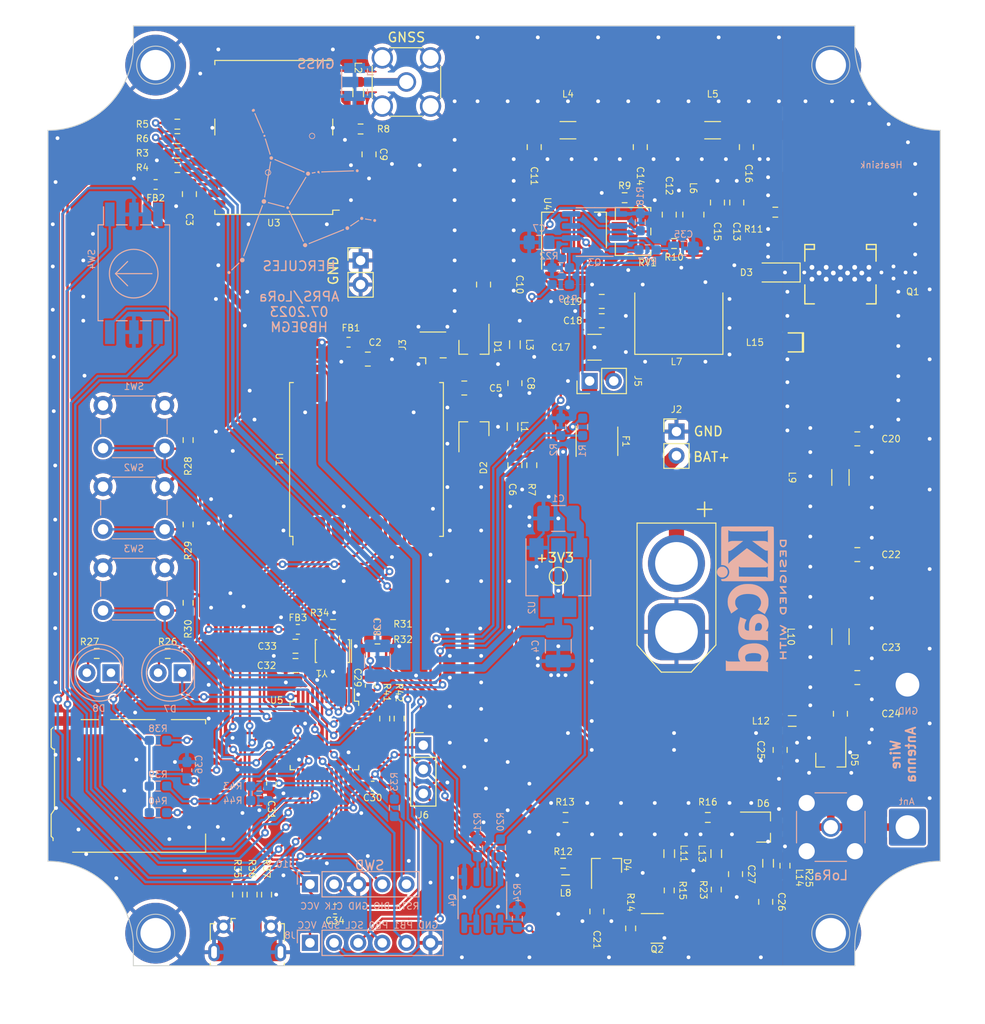
<source format=kicad_pcb>
(kicad_pcb (version 20221018) (generator pcbnew)

  (general
    (thickness 1.6)
  )

  (paper "A4")
  (title_block
    (title "Hercules")
    (date "2023-07-26")
    (rev "0")
    (company "HB9EGM")
    (comment 1 "LoRa GNSS Tracker with PA")
  )

  (layers
    (0 "F.Cu" signal)
    (31 "B.Cu" signal)
    (32 "B.Adhes" user "B.Adhesive")
    (33 "F.Adhes" user "F.Adhesive")
    (34 "B.Paste" user)
    (35 "F.Paste" user)
    (36 "B.SilkS" user "B.Silkscreen")
    (37 "F.SilkS" user "F.Silkscreen")
    (38 "B.Mask" user)
    (39 "F.Mask" user)
    (40 "Dwgs.User" user "User.Drawings")
    (41 "Cmts.User" user "User.Comments")
    (42 "Eco1.User" user "User.Eco1")
    (43 "Eco2.User" user "User.Eco2")
    (44 "Edge.Cuts" user)
    (45 "Margin" user)
    (46 "B.CrtYd" user "B.Courtyard")
    (47 "F.CrtYd" user "F.Courtyard")
    (48 "B.Fab" user)
    (49 "F.Fab" user)
    (50 "User.1" user)
    (51 "User.2" user)
    (52 "User.3" user)
    (53 "User.4" user)
    (54 "User.5" user)
    (55 "User.6" user)
    (56 "User.7" user)
    (57 "User.8" user)
    (58 "User.9" user)
  )

  (setup
    (stackup
      (layer "F.SilkS" (type "Top Silk Screen"))
      (layer "F.Paste" (type "Top Solder Paste"))
      (layer "F.Mask" (type "Top Solder Mask") (thickness 0.01))
      (layer "F.Cu" (type "copper") (thickness 0.035))
      (layer "dielectric 1" (type "core") (thickness 1.51) (material "FR4") (epsilon_r 4.5) (loss_tangent 0.02))
      (layer "B.Cu" (type "copper") (thickness 0.035))
      (layer "B.Mask" (type "Bottom Solder Mask") (thickness 0.01))
      (layer "B.Paste" (type "Bottom Solder Paste"))
      (layer "B.SilkS" (type "Bottom Silk Screen"))
      (copper_finish "None")
      (dielectric_constraints no)
    )
    (pad_to_mask_clearance 0)
    (pcbplotparams
      (layerselection 0x00010f0_ffffffff)
      (plot_on_all_layers_selection 0x0000000_00000000)
      (disableapertmacros false)
      (usegerberextensions false)
      (usegerberattributes true)
      (usegerberadvancedattributes true)
      (creategerberjobfile true)
      (dashed_line_dash_ratio 12.000000)
      (dashed_line_gap_ratio 3.000000)
      (svgprecision 4)
      (plotframeref false)
      (viasonmask false)
      (mode 1)
      (useauxorigin false)
      (hpglpennumber 1)
      (hpglpenspeed 20)
      (hpglpendiameter 15.000000)
      (dxfpolygonmode true)
      (dxfimperialunits true)
      (dxfusepcbnewfont true)
      (psnegative false)
      (psa4output false)
      (plotreference true)
      (plotvalue true)
      (plotinvisibletext false)
      (sketchpadsonfab false)
      (subtractmaskfromsilk false)
      (outputformat 5)
      (mirror false)
      (drillshape 0)
      (scaleselection 1)
      (outputdirectory "out")
    )
  )

  (net 0 "")
  (net 1 "+BATT")
  (net 2 "GND")
  (net 3 "Net-(U1-3.3V)")
  (net 4 "Net-(U3-VCC)")
  (net 5 "+3V3")
  (net 6 "Net-(D1-K)")
  (net 7 "Net-(J3-In)")
  (net 8 "Net-(C6-Pad1)")
  (net 9 "/GATE_SUPPLY")
  (net 10 "/PIN_TX")
  (net 11 "Net-(C9-Pad2)")
  (net 12 "Net-(C10-Pad1)")
  (net 13 "Net-(D1-A)")
  (net 14 "Net-(C12-Pad1)")
  (net 15 "Net-(C13-Pad2)")
  (net 16 "Net-(C14-Pad1)")
  (net 17 "Net-(Q1-G)")
  (net 18 "Net-(J5-Pin_2)")
  (net 19 "Net-(Q1-D)")
  (net 20 "Net-(D4-A)")
  (net 21 "Net-(C22-Pad1)")
  (net 22 "Net-(C23-Pad1)")
  (net 23 "Net-(D5-A)")
  (net 24 "Net-(C26-Pad1)")
  (net 25 "/PIN_RX")
  (net 26 "Net-(U5-VDDA)")
  (net 27 "unconnected-(D1-NC-Pad2)")
  (net 28 "Net-(D2-A)")
  (net 29 "unconnected-(D2-NC-Pad2)")
  (net 30 "Net-(D3-A)")
  (net 31 "unconnected-(D4-NC-Pad2)")
  (net 32 "Net-(D4-K)")
  (net 33 "unconnected-(D5-NC-Pad2)")
  (net 34 "Net-(D5-K)")
  (net 35 "Net-(D6-A)")
  (net 36 "unconnected-(D6-NC-Pad2)")
  (net 37 "/Control/LED_TXn")
  (net 38 "Net-(D7-A)")
  (net 39 "/Control/STATUSn")
  (net 40 "Net-(D8-A)")
  (net 41 "/BAT+")
  (net 42 "/EN_RX")
  (net 43 "unconnected-(J9-VBUS-Pad1)")
  (net 44 "/Control/USB_DM")
  (net 45 "/Control/USB_DP")
  (net 46 "unconnected-(J9-ID-Pad4)")
  (net 47 "/Control/SWCLK")
  (net 48 "/Control/SWDIO")
  (net 49 "/Control/RESETn")
  (net 50 "Net-(J11-DAT2)")
  (net 51 "/Control/SD_SSn")
  (net 52 "/Control/SPI1_MOSI")
  (net 53 "/Control/SPI1_SCK")
  (net 54 "/Control/SPI1_MISO")
  (net 55 "Net-(J11-DAT1)")
  (net 56 "unconnected-(J11-DET_B-Pad9)")
  (net 57 "/Control/SD_DET")
  (net 58 "Net-(J13-In)")
  (net 59 "Net-(L8-Pad2)")
  (net 60 "Net-(L11-Pad2)")
  (net 61 "Net-(Q2-B)")
  (net 62 "Net-(Q2-C)")
  (net 63 "/EN_PA")
  (net 64 "Net-(Q3B-G)")
  (net 65 "Net-(Q4B-G)")
  (net 66 "Net-(Q4B-D-Pad5)")
  (net 67 "/Control/BAT_MEAS")
  (net 68 "Net-(U3-TXD{slash}SPI_MISO)")
  (net 69 "/Control/USART1_RX")
  (net 70 "Net-(U3-RXD{slash}SPI_MOSI)")
  (net 71 "/Control/USART1_TX")
  (net 72 "Net-(U3-SDA{slash}~{SPI_CS})")
  (net 73 "/Control/SDA")
  (net 74 "Net-(U3-SCL{slash}SPI_CLK)")
  (net 75 "/Control/SCL")
  (net 76 "Net-(U3-VCC_RF)")
  (net 77 "Net-(R9-Pad1)")
  (net 78 "Net-(U4-VO)")
  (net 79 "Net-(R10-Pad2)")
  (net 80 "/Control/BTN1n")
  (net 81 "/Control/BTN2n")
  (net 82 "/Control/BTN3n")
  (net 83 "/Control/XTAL1")
  (net 84 "/Control/XTAL2")
  (net 85 "Net-(U5-PA11)")
  (net 86 "Net-(U5-PA12)")
  (net 87 "/Control/BOOT0")
  (net 88 "/Control/BOOT1")
  (net 89 "unconnected-(U3-~{SAFEBOOT}-Pad1)")
  (net 90 "unconnected-(U3-D_SEL-Pad2)")
  (net 91 "unconnected-(U3-TIMEPULSE-Pad3)")
  (net 92 "unconnected-(U3-EXTINT-Pad4)")
  (net 93 "unconnected-(U3-USB_DM-Pad5)")
  (net 94 "unconnected-(U3-USB_DP-Pad6)")
  (net 95 "unconnected-(U3-~{RESET}-Pad8)")
  (net 96 "unconnected-(U3-LNA_EN-Pad14)")
  (net 97 "unconnected-(U3-RESERVED-Pad15)")
  (net 98 "unconnected-(U3-RESERVED-Pad16)")
  (net 99 "unconnected-(U3-RESERVED-Pad17)")
  (net 100 "unconnected-(U5-VBAT-Pad1)")
  (net 101 "unconnected-(U5-PA1-Pad11)")
  (net 102 "/Control/SPI1_SSn")
  (net 103 "/Control/PB0")
  (net 104 "/Control/PB1")
  (net 105 "/Control/DIO0")
  (net 106 "/Control/LORA_RESET")
  (net 107 "Net-(SW4-D0)")
  (net 108 "Net-(SW4-D1)")
  (net 109 "Net-(SW4-D2)")
  (net 110 "Net-(SW4-D3)")
  (net 111 "unconnected-(U5-PA8-Pad29)")
  (net 112 "unconnected-(U5-PA15-Pad38)")
  (net 113 "unconnected-(U5-PB5-Pad41)")
  (net 114 "unconnected-(U1-DIO5-Pad7)")
  (net 115 "unconnected-(U1-DIO3-Pad11)")
  (net 116 "unconnected-(U1-DIO4-Pad12)")
  (net 117 "unconnected-(U1-DIO1-Pad15)")
  (net 118 "unconnected-(U1-DIO2-Pad16)")
  (net 119 "Net-(L15-Pad2)")

  (footprint "Package_TO_SOT_SMD:SOT-23" (layer "F.Cu") (at 154.178 163.068))

  (footprint "Resistor_SMD:R_0603_1608Metric_Pad0.98x0.95mm_HandSolder" (layer "F.Cu") (at 95.1415 134.112 180))

  (footprint "Capacitor_SMD:C_0805_2012Metric_Pad1.18x1.45mm_HandSolder" (layer "F.Cu") (at 173.482 140.462 90))

  (footprint "Capacitor_SMD:C_0805_2012Metric_Pad1.18x1.45mm_HandSolder" (layer "F.Cu") (at 123.698 103.1025 180))

  (footprint "Capacitor_SMD:C_0805_2012Metric_Pad1.18x1.45mm_HandSolder" (layer "F.Cu") (at 116.078 135.382))

  (footprint "Package_TO_SOT_SMD:SOT-223-3_TabPin2" (layer "F.Cu") (at 145.415 89.535 90))

  (footprint "Resistor_SMD:R_0603_1608Metric_Pad0.98x0.95mm_HandSolder" (layer "F.Cu") (at 144.272 156.21 180))

  (footprint "mpb:Fuse_MF_SMDF150" (layer "F.Cu") (at 147.828 111.76 90))

  (footprint "Package_TO_SOT_SMD:SOT-23_Handsoldering" (layer "F.Cu") (at 134.874 110.4685 90))

  (footprint "Package_TO_SOT_SMD:SOT-23_Handsoldering" (layer "F.Cu") (at 165.354 152.4))

  (footprint "Resistor_SMD:R_0603_1608Metric_Pad0.98x0.95mm_HandSolder" (layer "F.Cu") (at 120.0385 131.064 180))

  (footprint "Resistor_SMD:R_0603_1608Metric_Pad0.98x0.95mm_HandSolder" (layer "F.Cu") (at 104.77 120.523 90))

  (footprint "Resistor_SMD:R_0603_1608Metric_Pad0.98x0.95mm_HandSolder" (layer "F.Cu") (at 124.714 132.588))

  (footprint "Inductor_SMD:L_0805_2012Metric_Pad1.05x1.20mm_HandSolder" (layer "F.Cu") (at 168.402 141.224 180))

  (footprint "Connector_PinHeader_2.54mm:PinHeader_1x02_P2.54mm_Vertical" (layer "F.Cu") (at 147.061 105.41 90))

  (footprint "Crystal:Resonator_SMD_Murata_CSTxExxV-3Pin_3.0x1.1mm_HandSoldering" (layer "F.Cu") (at 119.9685 133.858 180))

  (footprint "Resistor_SMD:R_0603_1608Metric_Pad0.98x0.95mm_HandSolder" (layer "F.Cu") (at 104.77 128.778 90))

  (footprint "Resistor_SMD:R_0603_1608Metric_Pad0.98x0.95mm_HandSolder" (layer "F.Cu") (at 109.982 159.512 90))

  (footprint "Capacitor_SMD:C_0805_2012Metric_Pad1.18x1.45mm_HandSolder" (layer "F.Cu") (at 167.132 144.272 -90))

  (footprint "Inductor_SMD:L_0805_2012Metric_Pad1.05x1.20mm_HandSolder" (layer "F.Cu") (at 144.526 157.988 180))

  (footprint "Capacitor_SMD:C_0805_2012Metric_Pad1.18x1.45mm_HandSolder" (layer "F.Cu") (at 165.608 160.274 -90))

  (footprint "Resistor_SMD:R_0603_1608Metric_Pad0.98x0.95mm_HandSolder" (layer "F.Cu") (at 104.77 111.633 90))

  (footprint "RF_GPS:ublox_NEO" (layer "F.Cu") (at 113.792 79.756 180))

  (footprint "Resistor_SMD:R_0603_1608Metric_Pad0.98x0.95mm_HandSolder" (layer "F.Cu") (at 103.632 81.407 180))

  (footprint "Inductor_SMD:L_0603_1608Metric_Pad1.05x0.95mm_HandSolder" (layer "F.Cu") (at 121.666 101.3245 180))

  (footprint "Connector_PinHeader_2.54mm:PinHeader_1x02_P2.54mm_Vertical" (layer "F.Cu") (at 122.936 92.71))

  (footprint "Inductor_SMD:L_1008_2520Metric_Pad1.43x2.20mm_HandSolder" (layer "F.Cu") (at 157.988 87.884 -90))

  (footprint "Resistor_SMD:R_0603_1608Metric_Pad0.98x0.95mm_HandSolder" (layer "F.Cu") (at 151.384 163.068 90))

  (footprint "Capacitor_SMD:C_0805_2012Metric_Pad1.18x1.45mm_HandSolder" (layer "F.Cu") (at 123.825 81.534 90))

  (footprint "Connector_AMASS:AMASS_XT60-M_1x02_P7.20mm_Vertical" (layer "F.Cu") (at 156.21 131.826 90))

  (footprint "Resistor_SMD:R_0603_1608Metric_Pad0.98x0.95mm_HandSolder" (layer "F.Cu") (at 160.401 158.9805 -90))

  (footprint "Resistor_SMD:R_0603_1608Metric_Pad0.98x0.95mm_HandSolder" (layer "F.Cu") (at 124.714 131.064))

  (footprint "MountingHole:MountingHole_3.2mm_M3_Pad" (layer "F.Cu") (at 101.346 163.576))

  (footprint "MountingHole:MountingHole_3.2mm_M3_Pad" (layer "F.Cu") (at 172.466 72.136))

  (footprint "Connector_Coaxial:U.FL_Hirose_U.FL-R-SMT-1_Vertical" (layer "F.Cu") (at 130.556 102.0865 90))

  (footprint "Resistor_SMD:R_0603_1608Metric_Pad0.98x0.95mm_HandSolder" (layer "F.Cu") (at 125.476 140.97 -90))

  (footprint "Capacitor_SMD:C_0805_2012Metric_Pad1.18x1.45mm_HandSolder" (layer "F.Cu") (at 135.89 95.25 -90))

  (footprint "Capacitor_SMD:C_0805_2012Metric_Pad1.18x1.45mm_HandSolder" (layer "F.Cu") (at 141.224 80.772 -90))

  (footprint "Connector_PinHeader_2.54mm:PinHeader_1x03_P2.54mm_Vertical" (layer "F.Cu") (at 129.54 143.779))

  (footprint "Capacitor_SMD:C_0805_2012Metric_Pad1.18x1.45mm_HandSolder" (layer "F.Cu") (at 175.26 136.652))

  (footprint "Connector_Coaxial:SMA_Amphenol_132291_Vertical" (layer "F.Cu") (at 127.762 73.914))

  (footprint "Capacitor_SMD:C_0805_2012Metric_Pad1.18x1.45mm_HandSolder" (layer "F.Cu") (at 139.192 105.6425 -90))

  (footprint "Capacitor_SMD:C_0805_2012Metric_Pad1.18x1.45mm_HandSolder" (layer "F.Cu") (at 162.56 86.614 -90))

  (footprint "Resistor_SMD:R_0603_1608Metric_Pad0.98x0.95mm_HandSolder" (layer "F.Cu") (at 155.448 159.07 -90))

  (footprint "Package_TO_SOT_SMD:SOT-23_Handsoldering" (layer "F.Cu") (at 148.844 156.464 90))

  (footprint "mpb:L_Coilcraft_1812SMS" (layer "F.Cu") (at 156.21 99.314 90))

  (footprint "Capacitor_SMD:C_0805_2012Metric_Pad1.18x1.45mm_HandSolder" (layer "F.Cu") (at 147.828 161.29 -90))

  (footprint "Resistor_SMD:R_0603_1608Metric_Pad0.98x0.95mm_HandSolder" (layer "F.Cu") (at 159.512 151.384 180))

  (footprint "Capacitor_SMD:C_0805_2012Metric_Pad1.18x1.45mm_HandSolder" (layer "F.Cu") (at 148.336 99.06 180))

  (footprint "Capacitor_SMD:C_0603_1608Metric_Pad1.08x0.95mm_HandSolder" (layer "F.Cu") (at 123.952 137.5145 90))

  (footprint "Capacitor_SMD:C_0805_2012Metric_Pad1.18x1.45mm_HandSolder" (layer "F.Cu")
    (tstamp 760ccdd2-928f-44d0-9b74-a2119bc5982a)
    (at 175.26 123.698)
    (descr "Capacitor SMD 0805 (2012 Metric), square (rectangular) end terminal, IPC_7351 nominal with elongated pad for handsoldering. (Body size source: IPC-SM-782 page 76, https://www.pcb-3d.com/wordpress/wp-content/uploads/ipc-sm-782a_amendment_1_and_2.pdf, https://docs.google.com/spreadsheets/d/1BsfQQcO9C6DZCsRaXUlFlo91Tg2WpOkGARC1WS5S8t0/edit?usp=sharing), generated with kicad-footprint-generator")
    (tags "capacitor handsolder")
    (property "MPN" "")
    (property "Need_order" "")
    (property "Sheetfile" "tracker-kicad.kicad_sch")
    (property "Sheetname" "")
    (property "ki_description" "Unpolarized capacitor, small symbol")
    (property "ki_keywords" "capacitor cap")
    (path "/98aac2c3-ee76-4280-aac9-39e1d85593d5")
    (attr smd)
    (fp_text reference "C22" (at 3.556 0 unlocked) (layer "F.SilkS")
        (effects (font (size 0.7 0.7) (thickness 0.1)))
      (tstamp 43950934-fef9-4123-8161-04845cc1592d)
    )
    (fp_text value "18pF" (at 0 1.68) (layer "F.Fab")
        (effects (font (size 1 1) (thickness 0.15)))
      (tstamp 19d8c720-1847-42f7-92a0-fe32e5d3c882)
    )
    (fp_text user "${REFERENCE}" (at 0 0) (layer "F.Fab")
        (effects (font (size 0.5 0.5) (thickness 0.08)))
      (tstamp 233f7db1-5636-49aa-8e4f-9ed476f80c96)
    )
    (fp_line (start -0.261252 -0.735) (end 0.261252 -0.735)
      (stroke (width 0.12) (type solid)) (layer "F.SilkS") (tstamp 8a01fbf4-4e35-4d78-a7c1-d337363a5c8b))
    (fp_line (start -0.261252 0.735) (end 0.261252 0.735)
      (stroke (width 0.12) (type solid)) (layer "F.SilkS") (tstamp e06a6a4c-a2c9-495e-b1c2-6f404c4645a1))
    (fp_line (start -1.88 -0.98) (end 1.88 -0.98)
      (stroke (width 0.05) (type solid)) (layer "F.CrtYd") (tstamp 778a4890-85c0-4c07-ac1d-5778b805be1a))
    (fp_line (start -1.88 0.98) (end -1.88 -0.98)
      (stroke (width 0.05) (type solid)) (layer "F.CrtYd") (tstamp 297265da-e18c-482e-98d0-5770cc067aed))
    (fp_line (start 1.88 -0.98) (end 1.88 0.98)
      (stroke (width 0.05) (type solid)) (layer "F.CrtYd") (tstamp 953d2572-209b-47cf-bfa1-a2134b07f1ff))
    (fp_line (start 1.88 0.98) (end -1.88 0.98)
      (stroke (width 0.05) (type solid)) (layer "F.CrtYd") (tstamp 7eafb741-ba03-479e-b8d8-215d77652edf))
    (fp_line (start -1 -0.625) (end 1 -0.625)
      (stroke (width 0.1) (type solid)) (layer "F.Fab") (tstamp 670a32bb-8804-4147-a4d5-2ff3837cf29f))
    (fp_line (start -1 0.625) (end -1 -0.625)
      (stroke (width 0.1) (type solid)) (layer "F.Fab") (tstamp f321921b-ede6-475a-b693-0d0347ccf493))
    (fp_line (start 1 -0.625) (end 1 0.625)
      (stroke (width 0.1) (type solid)) (layer "F.Fab") (tstamp ef85d0a1-0376-4ce7-a659-bc9e3ef1d23e))
    (fp_line (start 1 0.625) (end -1 0.625)
      (stroke (width 0.1) (type solid)) (layer "F.Fab") (tstamp 9340f23a-
... [1672260 chars truncated]
</source>
